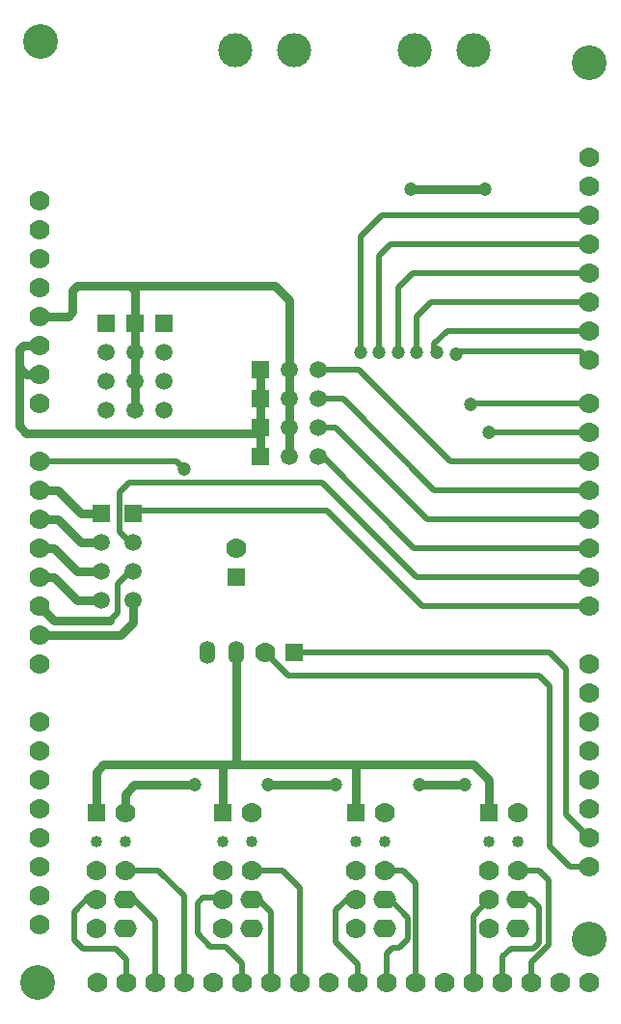
<source format=gbl>
%FSLAX44Y44*%
%MOMM*%
G71*
G01*
G75*
%ADD10R,0.6000X2.2000*%
%ADD11R,0.6000X2.2000*%
%ADD12R,1.1430X1.1430*%
%ADD13C,0.7620*%
%ADD14C,0.5080*%
%ADD15C,0.3810*%
%ADD16C,0.2540*%
%ADD17C,3.0480*%
%ADD18C,1.7780*%
%ADD19C,3.0000*%
%ADD20O,1.3970X2.0320*%
%ADD21R,1.5000X1.5000*%
%ADD22C,1.0160*%
%ADD23C,1.5000*%
%ADD24O,2.0000X1.6000*%
%ADD25C,1.2000*%
D13*
X1261110Y1076960D02*
X1325880D01*
X960120Y965200D02*
X963930Y969010D01*
Y988060D02*
X967740Y991870D01*
X934720Y965200D02*
X960120D01*
X963930Y969010D02*
Y988060D01*
X923290Y914400D02*
X934720D01*
Y812800D02*
X951230D01*
X971550Y792480D01*
X989330D01*
X934720Y787400D02*
X951230D01*
X971550Y767080D01*
X989330D01*
X934720Y762000D02*
X947420D01*
X967740Y741680D01*
X989330D01*
X934720Y736600D02*
X947420D01*
X967740Y716280D01*
X989330D01*
X984504Y530098D02*
Y565658D01*
X990854Y572008D01*
X1315974D02*
X1329690Y558292D01*
Y529590D02*
Y558292D01*
X1212850Y529590D02*
Y570992D01*
X1096010Y529590D02*
Y570230D01*
X1107440Y573024D02*
Y670560D01*
X1106424Y572008D02*
X1107440Y573024D01*
X990854Y572008D02*
X1315974D01*
X1009904Y530098D02*
Y545846D01*
X1018032Y553974D02*
X1071118D01*
X1135634Y554482D02*
X1195070D01*
X1268730Y554736D02*
X1308608D01*
X1009904Y545846D02*
X1018032Y553974D01*
X934720Y685800D02*
X1006348D01*
X1017270Y696722D01*
Y716280D01*
X934720Y711200D02*
X947674Y698246D01*
X996442D01*
X920750Y939800D02*
X934720D01*
X916940Y935990D02*
X920750Y939800D01*
X916940Y869188D02*
X923290Y862838D01*
X1129030D01*
X916940Y920750D02*
X923290Y914400D01*
X916940Y869188D02*
Y935990D01*
X1129030Y842010D02*
Y918210D01*
X1141730Y991870D02*
X1154430Y979170D01*
X1014730Y991870D02*
X1018540Y988060D01*
X967740Y991870D02*
X1141730D01*
X1018540Y882650D02*
Y988060D01*
X1154430Y842010D02*
Y979170D01*
D14*
X922020Y382270D02*
X923290Y381000D01*
X1216660Y1035050D02*
X1235710Y1054100D01*
X1417320D01*
X1243330Y1028700D02*
X1417320D01*
X1233170Y1018540D02*
X1243330Y1028700D01*
X1262380Y1003300D02*
X1417320D01*
X1249680Y990600D02*
X1262380Y1003300D01*
X1249680Y933450D02*
Y990600D01*
X1278890Y977900D02*
X1417320D01*
X1266190Y965200D02*
X1278890Y977900D01*
X1266190Y933450D02*
Y965200D01*
X1292860Y952500D02*
X1417320D01*
X1281430Y941070D02*
X1292860Y952500D01*
X1281430Y933450D02*
Y941070D01*
X1409700Y934720D02*
X1417320Y927100D01*
X1299210Y934720D02*
X1409700D01*
X1263650Y762000D02*
X1417320D01*
X1183640Y842010D02*
X1263650Y762000D01*
X1179830Y842010D02*
X1183640D01*
X1275080Y787400D02*
X1417320D01*
X1195070Y867410D02*
X1275080Y787400D01*
X1179830Y867410D02*
X1195070D01*
X1281430Y812800D02*
X1417320D01*
X1201420Y892810D02*
X1281430Y812800D01*
X1179830Y892810D02*
X1201420D01*
X1295400Y838200D02*
X1417320D01*
X1215390Y918210D02*
X1295400Y838200D01*
X1179830Y918210D02*
X1215390D01*
X1233170Y933450D02*
Y1018540D01*
X1216660Y935990D02*
Y1035050D01*
X1329436Y863600D02*
X1417320D01*
X1312926Y889000D02*
X1417320D01*
X1315720Y381000D02*
Y439420D01*
X1329690Y453390D01*
X1341120Y381000D02*
Y403352D01*
X1348486Y410718D01*
X1368298D01*
X1373124Y415544D01*
Y446532D01*
X1366266Y453390D02*
X1373124Y446532D01*
X1355090Y453390D02*
X1366266D01*
X1366520Y381000D02*
Y398526D01*
X1381506Y413512D02*
Y470662D01*
X1373378Y478790D02*
X1381506Y470662D01*
X1355090Y478790D02*
X1373378D01*
X1366520Y398526D02*
X1381506Y413512D01*
X1214120Y381000D02*
Y397256D01*
X1195070Y416306D02*
X1214120Y397256D01*
X1195070Y416306D02*
Y443992D01*
X1207516Y456438D01*
X1239520Y381000D02*
Y405892D01*
X1244854Y411226D01*
X1250696D01*
X1258316Y418846D01*
Y437642D01*
X1241044Y454914D02*
X1258316Y437642D01*
X1264920Y381000D02*
Y468122D01*
X1254252Y478790D02*
X1264920Y468122D01*
X1238250Y478790D02*
X1254252D01*
X1112520Y381000D02*
Y398018D01*
X1098550Y411988D02*
X1112520Y398018D01*
X1085088Y411988D02*
X1098550D01*
X1073404Y423672D02*
X1085088Y411988D01*
X1073404Y423672D02*
Y450596D01*
X1077976Y455168D01*
X1094740D01*
X1137920Y381000D02*
Y442722D01*
X1126998Y453644D02*
X1137920Y442722D01*
X1163320Y381000D02*
Y463804D01*
X1148334Y478790D02*
X1163320Y463804D01*
X1121410Y478790D02*
X1148334D01*
X1010920Y381000D02*
Y401320D01*
X1002030Y410210D02*
X1010920Y401320D01*
X973074Y410210D02*
X1002030D01*
X965200Y418084D02*
X973074Y410210D01*
X965200Y418084D02*
Y442722D01*
X979170Y456692D01*
X1036320Y381000D02*
Y435356D01*
X1016508Y455168D02*
X1036320Y435356D01*
X1061720Y381000D02*
Y456946D01*
X1039368Y479298D02*
X1061720Y456946D01*
X1009904Y479298D02*
X1039368D01*
X1397508Y527812D02*
X1417320Y508000D01*
X1397508Y527812D02*
Y655574D01*
X1382522Y670560D02*
X1397508Y655574D01*
X1158240Y670560D02*
X1382522D01*
X1400810Y482600D02*
X1417320D01*
X1383030Y500380D02*
X1400810Y482600D01*
X1383030Y500380D02*
Y640334D01*
X1373632Y649732D02*
X1383030Y640334D01*
X1153668Y649732D02*
X1373632D01*
X1132840Y670560D02*
X1153668Y649732D01*
X1265682Y736600D02*
X1417320D01*
X1182624Y819658D02*
X1265682Y736600D01*
X1013206Y819658D02*
X1182624D01*
X1004824Y811276D02*
X1013206Y819658D01*
X1004824Y776478D02*
Y811276D01*
Y776478D02*
X1014730Y766572D01*
X1270762Y711200D02*
X1417320D01*
X1186942Y795020D02*
X1270762Y711200D01*
X1019048Y795020D02*
X1186942D01*
X934720Y838200D02*
X1054862D01*
X1061720Y831342D01*
X996442Y698246D02*
X1003300Y705104D01*
Y730250D01*
X1014984Y741934D01*
X1216660Y935990D02*
X1219200Y933450D01*
D17*
X935990Y1206500D02*
D03*
X1417320Y1187450D02*
D03*
Y419100D02*
D03*
X933450Y381000D02*
D03*
D18*
X1417320Y1104900D02*
D03*
Y1079500D02*
D03*
Y1054100D02*
D03*
Y1028700D02*
D03*
Y1003300D02*
D03*
Y977900D02*
D03*
Y952500D02*
D03*
Y927100D02*
D03*
Y889000D02*
D03*
Y863600D02*
D03*
Y838200D02*
D03*
Y812800D02*
D03*
Y787400D02*
D03*
Y762000D02*
D03*
Y736600D02*
D03*
Y711200D02*
D03*
Y660400D02*
D03*
Y635000D02*
D03*
Y609600D02*
D03*
Y584200D02*
D03*
Y558800D02*
D03*
Y533400D02*
D03*
Y508000D02*
D03*
Y482600D02*
D03*
Y381000D02*
D03*
X1391920D02*
D03*
X1366520D02*
D03*
X1341120D02*
D03*
X1315720D02*
D03*
X1290320D02*
D03*
X1264920D02*
D03*
X1239520D02*
D03*
X1214120D02*
D03*
X1188720D02*
D03*
X1163320D02*
D03*
X1137920D02*
D03*
X1112520D02*
D03*
X1087120D02*
D03*
X1061720D02*
D03*
X1036320D02*
D03*
X1010920D02*
D03*
X985520D02*
D03*
X934720Y431800D02*
D03*
Y457200D02*
D03*
Y482600D02*
D03*
Y508000D02*
D03*
Y533400D02*
D03*
Y558800D02*
D03*
Y584200D02*
D03*
Y609600D02*
D03*
Y685800D02*
D03*
Y711200D02*
D03*
Y736600D02*
D03*
Y762000D02*
D03*
Y787400D02*
D03*
Y812800D02*
D03*
Y838200D02*
D03*
Y889000D02*
D03*
Y914400D02*
D03*
Y939800D02*
D03*
Y965200D02*
D03*
Y990600D02*
D03*
Y1016000D02*
D03*
Y1041400D02*
D03*
Y1066800D02*
D03*
X1132840Y670560D02*
D03*
X1107440Y762000D02*
D03*
X1238250Y478790D02*
D03*
X1212850D02*
D03*
X1238250Y529590D02*
D03*
X1355090Y478790D02*
D03*
X1329690D02*
D03*
X1355090Y529590D02*
D03*
X1121410Y478790D02*
D03*
X1096010D02*
D03*
X1121410Y529590D02*
D03*
X934720Y660400D02*
D03*
X1329690Y453390D02*
D03*
Y427990D02*
D03*
X1212850Y453390D02*
D03*
Y427990D02*
D03*
X1096010Y453390D02*
D03*
Y427990D02*
D03*
X1009904Y530098D02*
D03*
X984504Y479298D02*
D03*
X1009904D02*
D03*
X984504Y453898D02*
D03*
Y428498D02*
D03*
D19*
X1316101Y1198880D02*
D03*
X1264539D02*
D03*
X1107059D02*
D03*
X1158621D02*
D03*
D20*
X1082040Y670560D02*
D03*
X1107440D02*
D03*
D21*
X1158240D02*
D03*
X1107440Y736600D02*
D03*
X1212850Y529590D02*
D03*
X1329690D02*
D03*
X1096010D02*
D03*
X1017270Y792480D02*
D03*
X989330D02*
D03*
X1129030Y842010D02*
D03*
Y867410D02*
D03*
Y892810D02*
D03*
Y918210D02*
D03*
X1018540Y958850D02*
D03*
X1043940D02*
D03*
X993140D02*
D03*
X984504Y530098D02*
D03*
D22*
X1238250Y504190D02*
D03*
X1212850D02*
D03*
X1355090D02*
D03*
X1329690D02*
D03*
X1121410D02*
D03*
X1096010D02*
D03*
X984504Y504698D02*
D03*
X1009904D02*
D03*
D23*
X1017270Y767080D02*
D03*
Y741680D02*
D03*
Y716280D02*
D03*
X989330Y767080D02*
D03*
Y741680D02*
D03*
Y716280D02*
D03*
X1179830Y842010D02*
D03*
X1154430D02*
D03*
X1179830Y867410D02*
D03*
X1154430D02*
D03*
X1179830Y892810D02*
D03*
X1154430D02*
D03*
X1179830Y918210D02*
D03*
X1154430D02*
D03*
X1018540Y933450D02*
D03*
Y908050D02*
D03*
Y882650D02*
D03*
X1043940Y933450D02*
D03*
Y908050D02*
D03*
Y882650D02*
D03*
X993140Y933450D02*
D03*
Y908050D02*
D03*
Y882650D02*
D03*
D24*
X1355090Y453390D02*
D03*
Y427990D02*
D03*
X1238250Y453390D02*
D03*
Y427990D02*
D03*
X1121410Y453390D02*
D03*
Y427990D02*
D03*
X1009904Y453898D02*
D03*
Y428498D02*
D03*
D25*
X1325880Y1076960D02*
D03*
X1261110D02*
D03*
X1300480Y932180D02*
D03*
X1283970Y933450D02*
D03*
X1266190D02*
D03*
X1249680D02*
D03*
X1233170D02*
D03*
X1216660D02*
D03*
X1329690Y863346D02*
D03*
X1313180Y887984D02*
D03*
X1071118Y553974D02*
D03*
X1135634Y554482D02*
D03*
X1195070D02*
D03*
X1268730Y554736D02*
D03*
X1308608D02*
D03*
X1061720Y831342D02*
D03*
M02*

</source>
